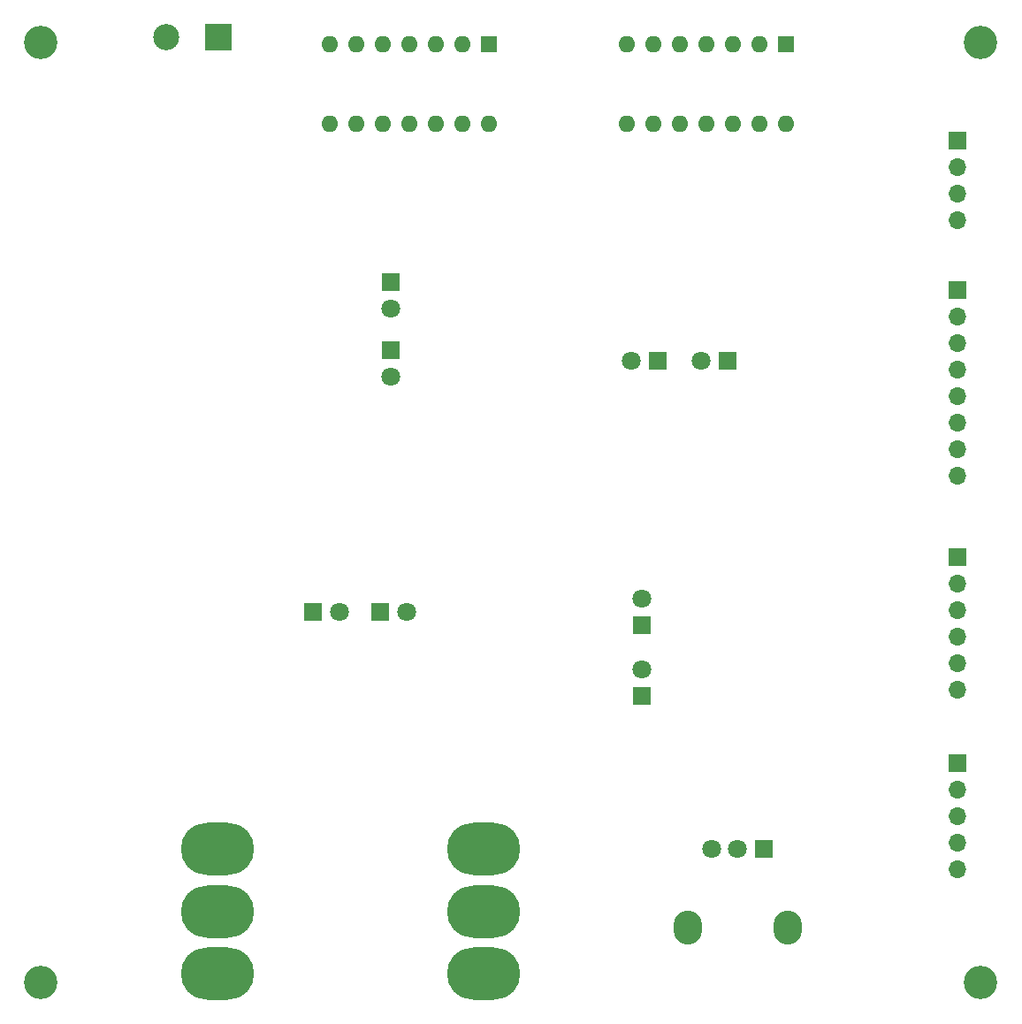
<source format=gbs>
G04 #@! TF.GenerationSoftware,KiCad,Pcbnew,7.0.7*
G04 #@! TF.CreationDate,2024-01-31T17:55:45+01:00*
G04 #@! TF.ProjectId,AmpelSchaltung,416d7065-6c53-4636-9861-6c74756e672e,rev?*
G04 #@! TF.SameCoordinates,Original*
G04 #@! TF.FileFunction,Soldermask,Bot*
G04 #@! TF.FilePolarity,Negative*
%FSLAX46Y46*%
G04 Gerber Fmt 4.6, Leading zero omitted, Abs format (unit mm)*
G04 Created by KiCad (PCBNEW 7.0.7) date 2024-01-31 17:55:45*
%MOMM*%
%LPD*%
G01*
G04 APERTURE LIST*
%ADD10R,1.800000X1.800000*%
%ADD11C,1.800000*%
%ADD12O,7.000000X5.000000*%
%ADD13C,3.200000*%
%ADD14R,1.700000X1.700000*%
%ADD15O,1.700000X1.700000*%
%ADD16O,2.720000X3.240000*%
%ADD17R,1.600000X1.600000*%
%ADD18O,1.600000X1.600000*%
%ADD19R,2.500000X2.500000*%
%ADD20C,2.500000*%
G04 APERTURE END LIST*
D10*
X160000000Y-109275000D03*
D11*
X160000000Y-106735000D03*
D12*
X144900000Y-142650000D03*
X144900000Y-136750000D03*
X144900000Y-130750000D03*
D13*
X102500000Y-53500000D03*
X192500000Y-53500000D03*
D14*
X190250000Y-62880000D03*
D15*
X190250000Y-65420000D03*
X190250000Y-67960000D03*
X190250000Y-70500000D03*
D14*
X190250000Y-102800000D03*
D15*
X190250000Y-105340000D03*
X190250000Y-107880000D03*
X190250000Y-110420000D03*
X190250000Y-112960000D03*
X190250000Y-115500000D03*
D13*
X192500000Y-143500000D03*
D10*
X136000000Y-83000000D03*
D11*
X136000000Y-85540000D03*
D10*
X134960000Y-108000000D03*
D11*
X137500000Y-108000000D03*
D10*
X160000000Y-116040000D03*
D11*
X160000000Y-113500000D03*
D12*
X119400000Y-142650000D03*
X119400000Y-136750000D03*
X119400000Y-130750000D03*
D10*
X136000000Y-76460000D03*
D11*
X136000000Y-79000000D03*
D16*
X174000000Y-138250000D03*
X164400000Y-138250000D03*
D10*
X171700000Y-130750000D03*
D11*
X169200000Y-130750000D03*
X166700000Y-130750000D03*
D10*
X161540000Y-84000000D03*
D11*
X159000000Y-84000000D03*
D14*
X190250000Y-122500000D03*
D15*
X190250000Y-125040000D03*
X190250000Y-127580000D03*
X190250000Y-130120000D03*
X190250000Y-132660000D03*
D10*
X168275000Y-84000000D03*
D11*
X165735000Y-84000000D03*
D10*
X128500000Y-108000000D03*
D11*
X131040000Y-108000000D03*
D17*
X173875000Y-53700000D03*
D18*
X171335000Y-53700000D03*
X168795000Y-53700000D03*
X166255000Y-53700000D03*
X163715000Y-53700000D03*
X161175000Y-53700000D03*
X158635000Y-53700000D03*
X158635000Y-61320000D03*
X161175000Y-61320000D03*
X163715000Y-61320000D03*
X166255000Y-61320000D03*
X168795000Y-61320000D03*
X171335000Y-61320000D03*
X173875000Y-61320000D03*
D13*
X102500000Y-143500000D03*
D19*
X119500000Y-53000000D03*
D20*
X114500000Y-53000000D03*
D17*
X145375000Y-53700000D03*
D18*
X142835000Y-53700000D03*
X140295000Y-53700000D03*
X137755000Y-53700000D03*
X135215000Y-53700000D03*
X132675000Y-53700000D03*
X130135000Y-53700000D03*
X130135000Y-61320000D03*
X132675000Y-61320000D03*
X135215000Y-61320000D03*
X137755000Y-61320000D03*
X140295000Y-61320000D03*
X142835000Y-61320000D03*
X145375000Y-61320000D03*
D14*
X190250000Y-77220000D03*
D15*
X190250000Y-79760000D03*
X190250000Y-82300000D03*
X190250000Y-84840000D03*
X190250000Y-87380000D03*
X190250000Y-89920000D03*
X190250000Y-92460000D03*
X190250000Y-95000000D03*
M02*

</source>
